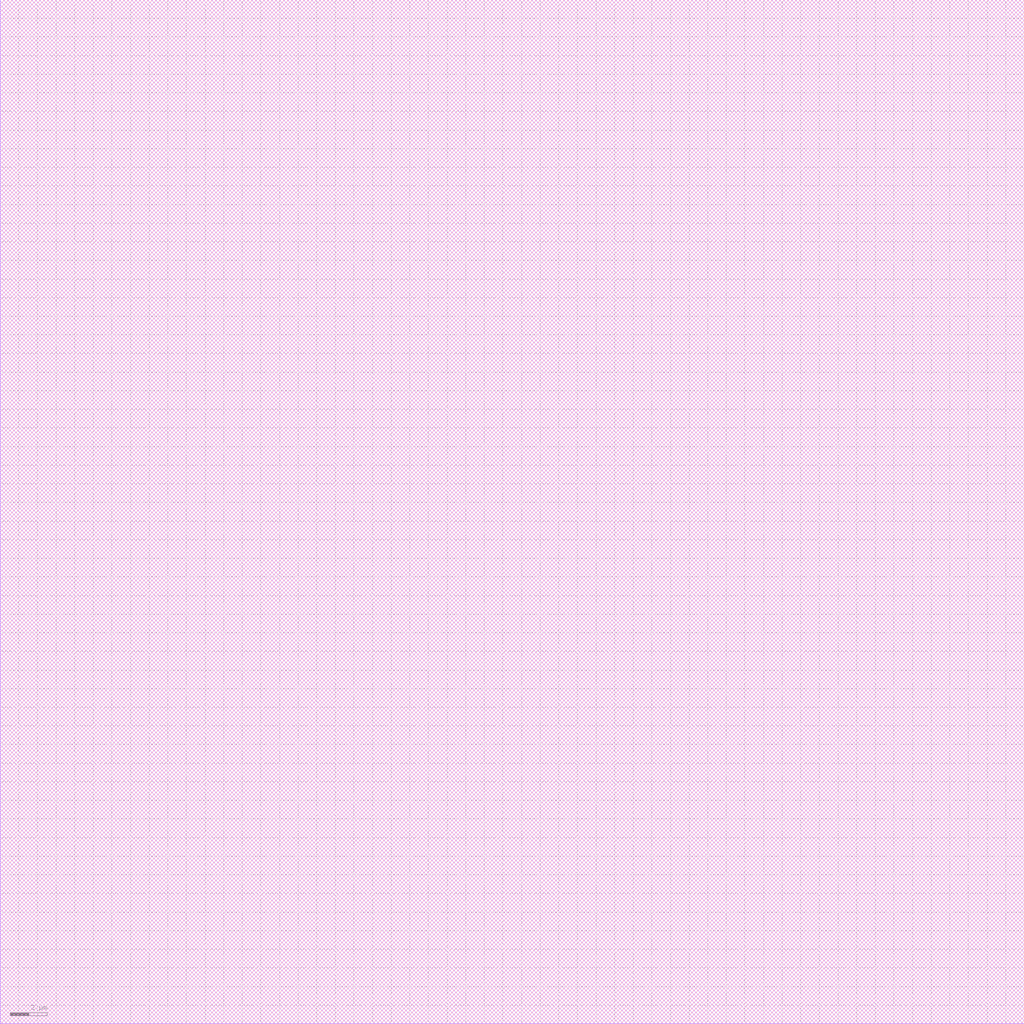
<source format=lef>
VERSION 5.8 ;

MACRO snitch_small_logo
  CLASS BLOCK ;
  ORIGIN 0 0 ;
  FOREIGN snitch_small_logo 0 0 ;
  SIZE 55 BY 55 ;

  OBS
    LAYER TopMetal1 ;
      RECT 0 0 55 55 ;
  END
END snitch_small_logo

</source>
